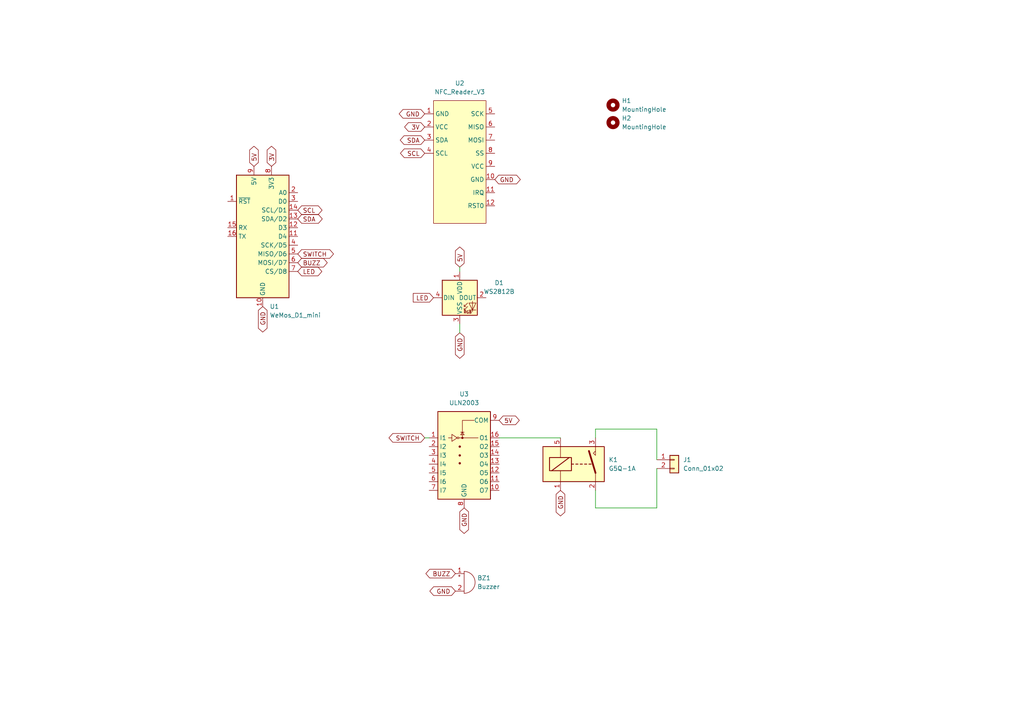
<source format=kicad_sch>
(kicad_sch (version 20211123) (generator eeschema)

  (uuid 811db996-b88a-4306-a785-ca62ea8d4392)

  (paper "A4")

  (lib_symbols
    (symbol "Connector_Generic:Conn_01x02" (pin_names (offset 1.016) hide) (in_bom yes) (on_board yes)
      (property "Reference" "J" (id 0) (at 0 2.54 0)
        (effects (font (size 1.27 1.27)))
      )
      (property "Value" "Conn_01x02" (id 1) (at 0 -5.08 0)
        (effects (font (size 1.27 1.27)))
      )
      (property "Footprint" "" (id 2) (at 0 0 0)
        (effects (font (size 1.27 1.27)) hide)
      )
      (property "Datasheet" "~" (id 3) (at 0 0 0)
        (effects (font (size 1.27 1.27)) hide)
      )
      (property "ki_keywords" "connector" (id 4) (at 0 0 0)
        (effects (font (size 1.27 1.27)) hide)
      )
      (property "ki_description" "Generic connector, single row, 01x02, script generated (kicad-library-utils/schlib/autogen/connector/)" (id 5) (at 0 0 0)
        (effects (font (size 1.27 1.27)) hide)
      )
      (property "ki_fp_filters" "Connector*:*_1x??_*" (id 6) (at 0 0 0)
        (effects (font (size 1.27 1.27)) hide)
      )
      (symbol "Conn_01x02_1_1"
        (rectangle (start -1.27 -2.413) (end 0 -2.667)
          (stroke (width 0.1524) (type default) (color 0 0 0 0))
          (fill (type none))
        )
        (rectangle (start -1.27 0.127) (end 0 -0.127)
          (stroke (width 0.1524) (type default) (color 0 0 0 0))
          (fill (type none))
        )
        (rectangle (start -1.27 1.27) (end 1.27 -3.81)
          (stroke (width 0.254) (type default) (color 0 0 0 0))
          (fill (type background))
        )
        (pin passive line (at -5.08 0 0) (length 3.81)
          (name "Pin_1" (effects (font (size 1.27 1.27))))
          (number "1" (effects (font (size 1.27 1.27))))
        )
        (pin passive line (at -5.08 -2.54 0) (length 3.81)
          (name "Pin_2" (effects (font (size 1.27 1.27))))
          (number "2" (effects (font (size 1.27 1.27))))
        )
      )
    )
    (symbol "Device:Buzzer" (pin_names (offset 0.0254) hide) (in_bom yes) (on_board yes)
      (property "Reference" "BZ" (id 0) (at 3.81 1.27 0)
        (effects (font (size 1.27 1.27)) (justify left))
      )
      (property "Value" "Buzzer" (id 1) (at 3.81 -1.27 0)
        (effects (font (size 1.27 1.27)) (justify left))
      )
      (property "Footprint" "" (id 2) (at -0.635 2.54 90)
        (effects (font (size 1.27 1.27)) hide)
      )
      (property "Datasheet" "~" (id 3) (at -0.635 2.54 90)
        (effects (font (size 1.27 1.27)) hide)
      )
      (property "ki_keywords" "quartz resonator ceramic" (id 4) (at 0 0 0)
        (effects (font (size 1.27 1.27)) hide)
      )
      (property "ki_description" "Buzzer, polarized" (id 5) (at 0 0 0)
        (effects (font (size 1.27 1.27)) hide)
      )
      (property "ki_fp_filters" "*Buzzer*" (id 6) (at 0 0 0)
        (effects (font (size 1.27 1.27)) hide)
      )
      (symbol "Buzzer_0_1"
        (arc (start 0 -3.175) (mid 3.175 0) (end 0 3.175)
          (stroke (width 0) (type default) (color 0 0 0 0))
          (fill (type none))
        )
        (polyline
          (pts
            (xy -1.651 1.905)
            (xy -1.143 1.905)
          )
          (stroke (width 0) (type default) (color 0 0 0 0))
          (fill (type none))
        )
        (polyline
          (pts
            (xy -1.397 2.159)
            (xy -1.397 1.651)
          )
          (stroke (width 0) (type default) (color 0 0 0 0))
          (fill (type none))
        )
        (polyline
          (pts
            (xy 0 3.175)
            (xy 0 -3.175)
          )
          (stroke (width 0) (type default) (color 0 0 0 0))
          (fill (type none))
        )
      )
      (symbol "Buzzer_1_1"
        (pin passive line (at -2.54 2.54 0) (length 2.54)
          (name "-" (effects (font (size 1.27 1.27))))
          (number "1" (effects (font (size 1.27 1.27))))
        )
        (pin passive line (at -2.54 -2.54 0) (length 2.54)
          (name "+" (effects (font (size 1.27 1.27))))
          (number "2" (effects (font (size 1.27 1.27))))
        )
      )
    )
    (symbol "LED:WS2812B" (pin_names (offset 0.254)) (in_bom yes) (on_board yes)
      (property "Reference" "D" (id 0) (at 5.08 5.715 0)
        (effects (font (size 1.27 1.27)) (justify right bottom))
      )
      (property "Value" "WS2812B" (id 1) (at 1.27 -5.715 0)
        (effects (font (size 1.27 1.27)) (justify left top))
      )
      (property "Footprint" "LED_SMD:LED_WS2812B_PLCC4_5.0x5.0mm_P3.2mm" (id 2) (at 1.27 -7.62 0)
        (effects (font (size 1.27 1.27)) (justify left top) hide)
      )
      (property "Datasheet" "https://cdn-shop.adafruit.com/datasheets/WS2812B.pdf" (id 3) (at 2.54 -9.525 0)
        (effects (font (size 1.27 1.27)) (justify left top) hide)
      )
      (property "ki_keywords" "RGB LED NeoPixel addressable" (id 4) (at 0 0 0)
        (effects (font (size 1.27 1.27)) hide)
      )
      (property "ki_description" "RGB LED with integrated controller" (id 5) (at 0 0 0)
        (effects (font (size 1.27 1.27)) hide)
      )
      (property "ki_fp_filters" "LED*WS2812*PLCC*5.0x5.0mm*P3.2mm*" (id 6) (at 0 0 0)
        (effects (font (size 1.27 1.27)) hide)
      )
      (symbol "WS2812B_0_0"
        (text "RGB" (at 2.286 -4.191 0)
          (effects (font (size 0.762 0.762)))
        )
      )
      (symbol "WS2812B_0_1"
        (polyline
          (pts
            (xy 1.27 -3.556)
            (xy 1.778 -3.556)
          )
          (stroke (width 0) (type default) (color 0 0 0 0))
          (fill (type none))
        )
        (polyline
          (pts
            (xy 1.27 -2.54)
            (xy 1.778 -2.54)
          )
          (stroke (width 0) (type default) (color 0 0 0 0))
          (fill (type none))
        )
        (polyline
          (pts
            (xy 4.699 -3.556)
            (xy 2.667 -3.556)
          )
          (stroke (width 0) (type default) (color 0 0 0 0))
          (fill (type none))
        )
        (polyline
          (pts
            (xy 2.286 -2.54)
            (xy 1.27 -3.556)
            (xy 1.27 -3.048)
          )
          (stroke (width 0) (type default) (color 0 0 0 0))
          (fill (type none))
        )
        (polyline
          (pts
            (xy 2.286 -1.524)
            (xy 1.27 -2.54)
            (xy 1.27 -2.032)
          )
          (stroke (width 0) (type default) (color 0 0 0 0))
          (fill (type none))
        )
        (polyline
          (pts
            (xy 3.683 -1.016)
            (xy 3.683 -3.556)
            (xy 3.683 -4.064)
          )
          (stroke (width 0) (type default) (color 0 0 0 0))
          (fill (type none))
        )
        (polyline
          (pts
            (xy 4.699 -1.524)
            (xy 2.667 -1.524)
            (xy 3.683 -3.556)
            (xy 4.699 -1.524)
          )
          (stroke (width 0) (type default) (color 0 0 0 0))
          (fill (type none))
        )
        (rectangle (start 5.08 5.08) (end -5.08 -5.08)
          (stroke (width 0.254) (type default) (color 0 0 0 0))
          (fill (type background))
        )
      )
      (symbol "WS2812B_1_1"
        (pin power_in line (at 0 7.62 270) (length 2.54)
          (name "VDD" (effects (font (size 1.27 1.27))))
          (number "1" (effects (font (size 1.27 1.27))))
        )
        (pin output line (at 7.62 0 180) (length 2.54)
          (name "DOUT" (effects (font (size 1.27 1.27))))
          (number "2" (effects (font (size 1.27 1.27))))
        )
        (pin power_in line (at 0 -7.62 90) (length 2.54)
          (name "VSS" (effects (font (size 1.27 1.27))))
          (number "3" (effects (font (size 1.27 1.27))))
        )
        (pin input line (at -7.62 0 0) (length 2.54)
          (name "DIN" (effects (font (size 1.27 1.27))))
          (number "4" (effects (font (size 1.27 1.27))))
        )
      )
    )
    (symbol "MCU_Module:WeMos_D1_mini" (in_bom yes) (on_board yes)
      (property "Reference" "U" (id 0) (at 3.81 19.05 0)
        (effects (font (size 1.27 1.27)) (justify left))
      )
      (property "Value" "WeMos_D1_mini" (id 1) (at 1.27 -19.05 0)
        (effects (font (size 1.27 1.27)) (justify left))
      )
      (property "Footprint" "Module:WEMOS_D1_mini_light" (id 2) (at 0 -29.21 0)
        (effects (font (size 1.27 1.27)) hide)
      )
      (property "Datasheet" "https://wiki.wemos.cc/products:d1:d1_mini#documentation" (id 3) (at -46.99 -29.21 0)
        (effects (font (size 1.27 1.27)) hide)
      )
      (property "ki_keywords" "ESP8266 WiFi microcontroller ESP8266EX" (id 4) (at 0 0 0)
        (effects (font (size 1.27 1.27)) hide)
      )
      (property "ki_description" "32-bit microcontroller module with WiFi" (id 5) (at 0 0 0)
        (effects (font (size 1.27 1.27)) hide)
      )
      (property "ki_fp_filters" "WEMOS*D1*mini*" (id 6) (at 0 0 0)
        (effects (font (size 1.27 1.27)) hide)
      )
      (symbol "WeMos_D1_mini_1_1"
        (rectangle (start -7.62 17.78) (end 7.62 -17.78)
          (stroke (width 0.254) (type default) (color 0 0 0 0))
          (fill (type background))
        )
        (pin input line (at -10.16 10.16 0) (length 2.54)
          (name "~{RST}" (effects (font (size 1.27 1.27))))
          (number "1" (effects (font (size 1.27 1.27))))
        )
        (pin power_in line (at 0 -20.32 90) (length 2.54)
          (name "GND" (effects (font (size 1.27 1.27))))
          (number "10" (effects (font (size 1.27 1.27))))
        )
        (pin bidirectional line (at 10.16 0 180) (length 2.54)
          (name "D4" (effects (font (size 1.27 1.27))))
          (number "11" (effects (font (size 1.27 1.27))))
        )
        (pin bidirectional line (at 10.16 2.54 180) (length 2.54)
          (name "D3" (effects (font (size 1.27 1.27))))
          (number "12" (effects (font (size 1.27 1.27))))
        )
        (pin bidirectional line (at 10.16 5.08 180) (length 2.54)
          (name "SDA/D2" (effects (font (size 1.27 1.27))))
          (number "13" (effects (font (size 1.27 1.27))))
        )
        (pin bidirectional line (at 10.16 7.62 180) (length 2.54)
          (name "SCL/D1" (effects (font (size 1.27 1.27))))
          (number "14" (effects (font (size 1.27 1.27))))
        )
        (pin input line (at -10.16 2.54 0) (length 2.54)
          (name "RX" (effects (font (size 1.27 1.27))))
          (number "15" (effects (font (size 1.27 1.27))))
        )
        (pin output line (at -10.16 0 0) (length 2.54)
          (name "TX" (effects (font (size 1.27 1.27))))
          (number "16" (effects (font (size 1.27 1.27))))
        )
        (pin input line (at 10.16 12.7 180) (length 2.54)
          (name "A0" (effects (font (size 1.27 1.27))))
          (number "2" (effects (font (size 1.27 1.27))))
        )
        (pin bidirectional line (at 10.16 10.16 180) (length 2.54)
          (name "D0" (effects (font (size 1.27 1.27))))
          (number "3" (effects (font (size 1.27 1.27))))
        )
        (pin bidirectional line (at 10.16 -2.54 180) (length 2.54)
          (name "SCK/D5" (effects (font (size 1.27 1.27))))
          (number "4" (effects (font (size 1.27 1.27))))
        )
        (pin bidirectional line (at 10.16 -5.08 180) (length 2.54)
          (name "MISO/D6" (effects (font (size 1.27 1.27))))
          (number "5" (effects (font (size 1.27 1.27))))
        )
        (pin bidirectional line (at 10.16 -7.62 180) (length 2.54)
          (name "MOSI/D7" (effects (font (size 1.27 1.27))))
          (number "6" (effects (font (size 1.27 1.27))))
        )
        (pin bidirectional line (at 10.16 -10.16 180) (length 2.54)
          (name "CS/D8" (effects (font (size 1.27 1.27))))
          (number "7" (effects (font (size 1.27 1.27))))
        )
        (pin power_out line (at 2.54 20.32 270) (length 2.54)
          (name "3V3" (effects (font (size 1.27 1.27))))
          (number "8" (effects (font (size 1.27 1.27))))
        )
        (pin power_in line (at -2.54 20.32 270) (length 2.54)
          (name "5V" (effects (font (size 1.27 1.27))))
          (number "9" (effects (font (size 1.27 1.27))))
        )
      )
    )
    (symbol "Mechanical:MountingHole" (pin_names (offset 1.016)) (in_bom yes) (on_board yes)
      (property "Reference" "H" (id 0) (at 0 5.08 0)
        (effects (font (size 1.27 1.27)))
      )
      (property "Value" "MountingHole" (id 1) (at 0 3.175 0)
        (effects (font (size 1.27 1.27)))
      )
      (property "Footprint" "" (id 2) (at 0 0 0)
        (effects (font (size 1.27 1.27)) hide)
      )
      (property "Datasheet" "~" (id 3) (at 0 0 0)
        (effects (font (size 1.27 1.27)) hide)
      )
      (property "ki_keywords" "mounting hole" (id 4) (at 0 0 0)
        (effects (font (size 1.27 1.27)) hide)
      )
      (property "ki_description" "Mounting Hole without connection" (id 5) (at 0 0 0)
        (effects (font (size 1.27 1.27)) hide)
      )
      (property "ki_fp_filters" "MountingHole*" (id 6) (at 0 0 0)
        (effects (font (size 1.27 1.27)) hide)
      )
      (symbol "MountingHole_0_1"
        (circle (center 0 0) (radius 1.27)
          (stroke (width 1.27) (type default) (color 0 0 0 0))
          (fill (type none))
        )
      )
    )
    (symbol "Relay:G5Q-1A" (in_bom yes) (on_board yes)
      (property "Reference" "K" (id 0) (at 8.89 3.81 0)
        (effects (font (size 1.27 1.27)) (justify left))
      )
      (property "Value" "G5Q-1A" (id 1) (at 8.89 1.27 0)
        (effects (font (size 1.27 1.27)) (justify left))
      )
      (property "Footprint" "Relay_THT:Relay_SPST_Omron-G5Q-1A" (id 2) (at 8.89 -1.27 0)
        (effects (font (size 1.27 1.27)) (justify left) hide)
      )
      (property "Datasheet" "https://www.omron.com/ecb/products/pdf/en-g5q.pdf" (id 3) (at 0 0 0)
        (effects (font (size 1.27 1.27)) hide)
      )
      (property "ki_keywords" "Miniature Single Pole Relay" (id 4) (at 0 0 0)
        (effects (font (size 1.27 1.27)) hide)
      )
      (property "ki_description" "Omron G5Q relay, Miniature Single Pole, SPST-NO, 10A" (id 5) (at 0 0 0)
        (effects (font (size 1.27 1.27)) hide)
      )
      (property "ki_fp_filters" "Relay*SPST*Omron*G5Q*" (id 6) (at 0 0 0)
        (effects (font (size 1.27 1.27)) hide)
      )
      (symbol "G5Q-1A_0_0"
        (polyline
          (pts
            (xy 5.08 5.08)
            (xy 5.08 2.54)
            (xy 4.445 3.175)
            (xy 5.08 3.81)
          )
          (stroke (width 0) (type default) (color 0 0 0 0))
          (fill (type none))
        )
      )
      (symbol "G5Q-1A_0_1"
        (rectangle (start -10.16 5.08) (end 7.62 -5.08)
          (stroke (width 0.254) (type default) (color 0 0 0 0))
          (fill (type background))
        )
        (rectangle (start -8.255 1.905) (end -1.905 -1.905)
          (stroke (width 0.254) (type default) (color 0 0 0 0))
          (fill (type none))
        )
        (polyline
          (pts
            (xy -7.62 -1.905)
            (xy -2.54 1.905)
          )
          (stroke (width 0.254) (type default) (color 0 0 0 0))
          (fill (type none))
        )
        (polyline
          (pts
            (xy -5.08 -5.08)
            (xy -5.08 -1.905)
          )
          (stroke (width 0) (type default) (color 0 0 0 0))
          (fill (type none))
        )
        (polyline
          (pts
            (xy -5.08 5.08)
            (xy -5.08 1.905)
          )
          (stroke (width 0) (type default) (color 0 0 0 0))
          (fill (type none))
        )
        (polyline
          (pts
            (xy -1.905 0)
            (xy -1.27 0)
          )
          (stroke (width 0.254) (type default) (color 0 0 0 0))
          (fill (type none))
        )
        (polyline
          (pts
            (xy -0.635 0)
            (xy 0 0)
          )
          (stroke (width 0.254) (type default) (color 0 0 0 0))
          (fill (type none))
        )
        (polyline
          (pts
            (xy 0.635 0)
            (xy 1.27 0)
          )
          (stroke (width 0.254) (type default) (color 0 0 0 0))
          (fill (type none))
        )
        (polyline
          (pts
            (xy 1.905 0)
            (xy 2.54 0)
          )
          (stroke (width 0.254) (type default) (color 0 0 0 0))
          (fill (type none))
        )
        (polyline
          (pts
            (xy 3.175 0)
            (xy 3.81 0)
          )
          (stroke (width 0.254) (type default) (color 0 0 0 0))
          (fill (type none))
        )
        (polyline
          (pts
            (xy 5.08 -2.54)
            (xy 3.175 3.81)
          )
          (stroke (width 0.508) (type default) (color 0 0 0 0))
          (fill (type none))
        )
        (polyline
          (pts
            (xy 5.08 -2.54)
            (xy 5.08 -5.08)
          )
          (stroke (width 0) (type default) (color 0 0 0 0))
          (fill (type none))
        )
      )
      (symbol "G5Q-1A_1_1"
        (pin passive line (at -5.08 -7.62 90) (length 2.54)
          (name "~" (effects (font (size 1.27 1.27))))
          (number "1" (effects (font (size 1.27 1.27))))
        )
        (pin passive line (at 5.08 -7.62 90) (length 2.54)
          (name "~" (effects (font (size 1.27 1.27))))
          (number "2" (effects (font (size 1.27 1.27))))
        )
        (pin passive line (at 5.08 7.62 270) (length 2.54)
          (name "~" (effects (font (size 1.27 1.27))))
          (number "3" (effects (font (size 1.27 1.27))))
        )
        (pin passive line (at -5.08 7.62 270) (length 2.54)
          (name "~" (effects (font (size 1.27 1.27))))
          (number "5" (effects (font (size 1.27 1.27))))
        )
      )
    )
    (symbol "Transistor_Array:ULN2003" (in_bom yes) (on_board yes)
      (property "Reference" "U" (id 0) (at 0 15.875 0)
        (effects (font (size 1.27 1.27)))
      )
      (property "Value" "ULN2003" (id 1) (at 0 13.97 0)
        (effects (font (size 1.27 1.27)))
      )
      (property "Footprint" "" (id 2) (at 1.27 -13.97 0)
        (effects (font (size 1.27 1.27)) (justify left) hide)
      )
      (property "Datasheet" "http://www.ti.com/lit/ds/symlink/uln2003a.pdf" (id 3) (at 2.54 -5.08 0)
        (effects (font (size 1.27 1.27)) hide)
      )
      (property "ki_keywords" "darlington transistor array" (id 4) (at 0 0 0)
        (effects (font (size 1.27 1.27)) hide)
      )
      (property "ki_description" "High Voltage, High Current Darlington Transistor Arrays, SOIC16/SOIC16W/DIP16/TSSOP16" (id 5) (at 0 0 0)
        (effects (font (size 1.27 1.27)) hide)
      )
      (property "ki_fp_filters" "DIP*W7.62mm* SOIC*3.9x9.9mm*P1.27mm* SSOP*4.4x5.2mm*P0.65mm* TSSOP*4.4x5mm*P0.65mm* SOIC*W*5.3x10.2mm*P1.27mm*" (id 6) (at 0 0 0)
        (effects (font (size 1.27 1.27)) hide)
      )
      (symbol "ULN2003_0_1"
        (rectangle (start -7.62 -12.7) (end 7.62 12.7)
          (stroke (width 0.254) (type default) (color 0 0 0 0))
          (fill (type background))
        )
        (circle (center -1.778 5.08) (radius 0.254)
          (stroke (width 0) (type default) (color 0 0 0 0))
          (fill (type none))
        )
        (circle (center -1.27 -2.286) (radius 0.254)
          (stroke (width 0) (type default) (color 0 0 0 0))
          (fill (type outline))
        )
        (circle (center -1.27 0) (radius 0.254)
          (stroke (width 0) (type default) (color 0 0 0 0))
          (fill (type outline))
        )
        (circle (center -1.27 2.54) (radius 0.254)
          (stroke (width 0) (type default) (color 0 0 0 0))
          (fill (type outline))
        )
        (circle (center -0.508 5.08) (radius 0.254)
          (stroke (width 0) (type default) (color 0 0 0 0))
          (fill (type outline))
        )
        (polyline
          (pts
            (xy -4.572 5.08)
            (xy -3.556 5.08)
          )
          (stroke (width 0) (type default) (color 0 0 0 0))
          (fill (type none))
        )
        (polyline
          (pts
            (xy -1.524 5.08)
            (xy 4.064 5.08)
          )
          (stroke (width 0) (type default) (color 0 0 0 0))
          (fill (type none))
        )
        (polyline
          (pts
            (xy 0 6.731)
            (xy -1.016 6.731)
          )
          (stroke (width 0) (type default) (color 0 0 0 0))
          (fill (type none))
        )
        (polyline
          (pts
            (xy -0.508 5.08)
            (xy -0.508 10.16)
            (xy 2.921 10.16)
          )
          (stroke (width 0) (type default) (color 0 0 0 0))
          (fill (type none))
        )
        (polyline
          (pts
            (xy -3.556 6.096)
            (xy -3.556 4.064)
            (xy -2.032 5.08)
            (xy -3.556 6.096)
          )
          (stroke (width 0) (type default) (color 0 0 0 0))
          (fill (type none))
        )
        (polyline
          (pts
            (xy 0 5.969)
            (xy -1.016 5.969)
            (xy -0.508 6.731)
            (xy 0 5.969)
          )
          (stroke (width 0) (type default) (color 0 0 0 0))
          (fill (type none))
        )
      )
      (symbol "ULN2003_1_1"
        (pin input line (at -10.16 5.08 0) (length 2.54)
          (name "I1" (effects (font (size 1.27 1.27))))
          (number "1" (effects (font (size 1.27 1.27))))
        )
        (pin open_collector line (at 10.16 -10.16 180) (length 2.54)
          (name "O7" (effects (font (size 1.27 1.27))))
          (number "10" (effects (font (size 1.27 1.27))))
        )
        (pin open_collector line (at 10.16 -7.62 180) (length 2.54)
          (name "O6" (effects (font (size 1.27 1.27))))
          (number "11" (effects (font (size 1.27 1.27))))
        )
        (pin open_collector line (at 10.16 -5.08 180) (length 2.54)
          (name "O5" (effects (font (size 1.27 1.27))))
          (number "12" (effects (font (size 1.27 1.27))))
        )
        (pin open_collector line (at 10.16 -2.54 180) (length 2.54)
          (name "O4" (effects (font (size 1.27 1.27))))
          (number "13" (effects (font (size 1.27 1.27))))
        )
        (pin open_collector line (at 10.16 0 180) (length 2.54)
          (name "O3" (effects (font (size 1.27 1.27))))
          (number "14" (effects (font (size 1.27 1.27))))
        )
        (pin open_collector line (at 10.16 2.54 180) (length 2.54)
          (name "O2" (effects (font (size 1.27 1.27))))
          (number "15" (effects (font (size 1.27 1.27))))
        )
        (pin open_collector line (at 10.16 5.08 180) (length 2.54)
          (name "O1" (effects (font (size 1.27 1.27))))
          (number "16" (effects (font (size 1.27 1.27))))
        )
        (pin input line (at -10.16 2.54 0) (length 2.54)
          (name "I2" (effects (font (size 1.27 1.27))))
          (number "2" (effects (font (size 1.27 1.27))))
        )
        (pin input line (at -10.16 0 0) (length 2.54)
          (name "I3" (effects (font (size 1.27 1.27))))
          (number "3" (effects (font (size 1.27 1.27))))
        )
        (pin input line (at -10.16 -2.54 0) (length 2.54)
          (name "I4" (effects (font (size 1.27 1.27))))
          (number "4" (effects (font (size 1.27 1.27))))
        )
        (pin input line (at -10.16 -5.08 0) (length 2.54)
          (name "I5" (effects (font (size 1.27 1.27))))
          (number "5" (effects (font (size 1.27 1.27))))
        )
        (pin input line (at -10.16 -7.62 0) (length 2.54)
          (name "I6" (effects (font (size 1.27 1.27))))
          (number "6" (effects (font (size 1.27 1.27))))
        )
        (pin input line (at -10.16 -10.16 0) (length 2.54)
          (name "I7" (effects (font (size 1.27 1.27))))
          (number "7" (effects (font (size 1.27 1.27))))
        )
        (pin power_in line (at 0 -15.24 90) (length 2.54)
          (name "GND" (effects (font (size 1.27 1.27))))
          (number "8" (effects (font (size 1.27 1.27))))
        )
        (pin passive line (at 10.16 10.16 180) (length 2.54)
          (name "COM" (effects (font (size 1.27 1.27))))
          (number "9" (effects (font (size 1.27 1.27))))
        )
      )
    )
    (symbol "parts:NFC_Reader_V3" (in_bom yes) (on_board yes)
      (property "Reference" "U" (id 0) (at -3.81 -2.54 0)
        (effects (font (size 1.27 1.27)))
      )
      (property "Value" "NFC_Reader_V3" (id 1) (at -7.62 -41.91 0)
        (effects (font (size 1.27 1.27)))
      )
      (property "Footprint" "" (id 2) (at -3.81 -2.54 0)
        (effects (font (size 1.27 1.27)) hide)
      )
      (property "Datasheet" "" (id 3) (at -3.81 -2.54 0)
        (effects (font (size 1.27 1.27)) hide)
      )
      (symbol "NFC_Reader_V3_0_1"
        (rectangle (start -15.24 -3.81) (end 0 -39.37)
          (stroke (width 0) (type default) (color 0 0 0 0))
          (fill (type background))
        )
      )
      (symbol "NFC_Reader_V3_1_1"
        (pin bidirectional line (at -17.78 -7.62 0) (length 2.54)
          (name "GND" (effects (font (size 1.27 1.27))))
          (number "1" (effects (font (size 1.27 1.27))))
        )
        (pin bidirectional line (at 2.54 -26.67 180) (length 2.54)
          (name "GND" (effects (font (size 1.27 1.27))))
          (number "10" (effects (font (size 1.27 1.27))))
        )
        (pin bidirectional line (at 2.54 -30.48 180) (length 2.54)
          (name "IRQ" (effects (font (size 1.27 1.27))))
          (number "11" (effects (font (size 1.27 1.27))))
        )
        (pin bidirectional line (at 2.54 -34.29 180) (length 2.54)
          (name "RST0" (effects (font (size 1.27 1.27))))
          (number "12" (effects (font (size 1.27 1.27))))
        )
        (pin bidirectional line (at -17.78 -11.43 0) (length 2.54)
          (name "VCC" (effects (font (size 1.27 1.27))))
          (number "2" (effects (font (size 1.27 1.27))))
        )
        (pin bidirectional line (at -17.78 -15.24 0) (length 2.54)
          (name "SDA" (effects (font (size 1.27 1.27))))
          (number "3" (effects (font (size 1.27 1.27))))
        )
        (pin bidirectional line (at -17.78 -19.05 0) (length 2.54)
          (name "SCL" (effects (font (size 1.27 1.27))))
          (number "4" (effects (font (size 1.27 1.27))))
        )
        (pin bidirectional line (at 2.54 -7.62 180) (length 2.54)
          (name "SCK" (effects (font (size 1.27 1.27))))
          (number "5" (effects (font (size 1.27 1.27))))
        )
        (pin bidirectional line (at 2.54 -11.43 180) (length 2.54)
          (name "MISO" (effects (font (size 1.27 1.27))))
          (number "6" (effects (font (size 1.27 1.27))))
        )
        (pin bidirectional line (at 2.54 -15.24 180) (length 2.54)
          (name "MOSI" (effects (font (size 1.27 1.27))))
          (number "7" (effects (font (size 1.27 1.27))))
        )
        (pin bidirectional line (at 2.54 -19.05 180) (length 2.54)
          (name "SS" (effects (font (size 1.27 1.27))))
          (number "8" (effects (font (size 1.27 1.27))))
        )
        (pin bidirectional line (at 2.54 -22.86 180) (length 2.54)
          (name "VCC" (effects (font (size 1.27 1.27))))
          (number "9" (effects (font (size 1.27 1.27))))
        )
      )
    )
  )


  (wire (pts (xy 172.72 142.24) (xy 172.72 147.32))
    (stroke (width 0) (type default) (color 0 0 0 0))
    (uuid 22c59c65-d64b-460b-9b48-f32890d30278)
  )
  (wire (pts (xy 144.78 127) (xy 162.56 127))
    (stroke (width 0) (type default) (color 0 0 0 0))
    (uuid 25cf15ec-c09c-434b-9203-0c22939c2d71)
  )
  (wire (pts (xy 172.72 147.32) (xy 190.5 147.32))
    (stroke (width 0) (type default) (color 0 0 0 0))
    (uuid 57103458-3b8a-4637-b8b5-c8ae2b8e5d77)
  )
  (wire (pts (xy 124.46 127) (xy 123.19 127))
    (stroke (width 0) (type default) (color 0 0 0 0))
    (uuid 65909ec8-e219-4f91-ac8f-21aa6e28f48c)
  )
  (wire (pts (xy 172.72 124.46) (xy 190.5 124.46))
    (stroke (width 0) (type default) (color 0 0 0 0))
    (uuid 76c6baba-ce92-4fb1-b214-9723a373e42a)
  )
  (wire (pts (xy 190.5 124.46) (xy 190.5 133.35))
    (stroke (width 0) (type default) (color 0 0 0 0))
    (uuid bb920984-8c1f-4281-b53b-1ec70dbf3e00)
  )
  (wire (pts (xy 133.35 93.98) (xy 133.35 96.52))
    (stroke (width 0) (type default) (color 0 0 0 0))
    (uuid c5f9ae83-cac6-4b91-8aa4-f8569ebc85aa)
  )
  (wire (pts (xy 133.35 78.74) (xy 133.35 77.47))
    (stroke (width 0) (type default) (color 0 0 0 0))
    (uuid c64d00d0-2377-4f34-a651-85a541b283f9)
  )
  (wire (pts (xy 190.5 147.32) (xy 190.5 135.89))
    (stroke (width 0) (type default) (color 0 0 0 0))
    (uuid e6b0ade2-05bd-4016-8289-83b426fbe05b)
  )
  (wire (pts (xy 172.72 127) (xy 172.72 124.46))
    (stroke (width 0) (type default) (color 0 0 0 0))
    (uuid f1f164e7-0fc7-49cf-9b81-b85ca06e61db)
  )

  (global_label "5V" (shape bidirectional) (at 133.35 77.47 90) (fields_autoplaced)
    (effects (font (size 1.27 1.27)) (justify left))
    (uuid 058a52f8-3304-4688-9a59-6ba13f8464df)
    (property "Intersheet References" "${INTERSHEET_REFS}" (id 0) (at 133.2706 72.7588 90)
      (effects (font (size 1.27 1.27)) (justify left) hide)
    )
  )
  (global_label "GND" (shape bidirectional) (at 134.62 147.32 270) (fields_autoplaced)
    (effects (font (size 1.27 1.27)) (justify right))
    (uuid 0a3737e0-2125-45c0-915f-fb3f9e355079)
    (property "Intersheet References" "${INTERSHEET_REFS}" (id 0) (at 134.6994 153.6036 90)
      (effects (font (size 1.27 1.27)) (justify right) hide)
    )
  )
  (global_label "SDA" (shape bidirectional) (at 123.19 40.64 180) (fields_autoplaced)
    (effects (font (size 1.27 1.27)) (justify right))
    (uuid 0af0f207-45e7-4187-847e-89e68fd02018)
    (property "Intersheet References" "${INTERSHEET_REFS}" (id 0) (at 117.2088 40.5606 0)
      (effects (font (size 1.27 1.27)) (justify right) hide)
    )
  )
  (global_label "GND" (shape bidirectional) (at 123.19 33.02 180) (fields_autoplaced)
    (effects (font (size 1.27 1.27)) (justify right))
    (uuid 1b8b99e0-53fe-49d7-84c6-5cace7e2c5c8)
    (property "Intersheet References" "${INTERSHEET_REFS}" (id 0) (at 116.9064 32.9406 0)
      (effects (font (size 1.27 1.27)) (justify right) hide)
    )
  )
  (global_label "GND" (shape bidirectional) (at 143.51 52.07 0) (fields_autoplaced)
    (effects (font (size 1.27 1.27)) (justify left))
    (uuid 3876b04b-68c6-4c16-b535-8d47457aab55)
    (property "Intersheet References" "${INTERSHEET_REFS}" (id 0) (at 149.7936 51.9906 0)
      (effects (font (size 1.27 1.27)) (justify left) hide)
    )
  )
  (global_label "BUZZ" (shape bidirectional) (at 132.08 166.37 180) (fields_autoplaced)
    (effects (font (size 1.27 1.27)) (justify right))
    (uuid 3c434e8e-2e10-4838-a608-58ee3986cdd1)
    (property "Intersheet References" "${INTERSHEET_REFS}" (id 0) (at 124.6474 166.2906 0)
      (effects (font (size 1.27 1.27)) (justify right) hide)
    )
  )
  (global_label "LED" (shape input) (at 125.73 86.36 180) (fields_autoplaced)
    (effects (font (size 1.27 1.27)) (justify right))
    (uuid 3feeb8c0-0254-4a63-a85a-a72d24220bb5)
    (property "Intersheet References" "${INTERSHEET_REFS}" (id 0) (at 119.8698 86.2806 0)
      (effects (font (size 1.27 1.27)) (justify right) hide)
    )
  )
  (global_label "LED" (shape bidirectional) (at 86.36 78.74 0) (fields_autoplaced)
    (effects (font (size 1.27 1.27)) (justify left))
    (uuid 41f8965e-f27f-4b3c-970e-10ff01e9461e)
    (property "Intersheet References" "${INTERSHEET_REFS}" (id 0) (at 92.2202 78.6606 0)
      (effects (font (size 1.27 1.27)) (justify left) hide)
    )
  )
  (global_label "SWITCH" (shape bidirectional) (at 86.36 73.66 0) (fields_autoplaced)
    (effects (font (size 1.27 1.27)) (justify left))
    (uuid 42f1bdd1-9921-42d4-b745-e35848091b17)
    (property "Intersheet References" "${INTERSHEET_REFS}" (id 0) (at 95.6069 73.5806 0)
      (effects (font (size 1.27 1.27)) (justify left) hide)
    )
  )
  (global_label "5V" (shape bidirectional) (at 144.78 121.92 0) (fields_autoplaced)
    (effects (font (size 1.27 1.27)) (justify left))
    (uuid 6d52e542-54af-4bed-9d2b-9e7cd98c03ab)
    (property "Intersheet References" "${INTERSHEET_REFS}" (id 0) (at 149.4912 121.8406 0)
      (effects (font (size 1.27 1.27)) (justify left) hide)
    )
  )
  (global_label "3V" (shape bidirectional) (at 78.74 48.26 90) (fields_autoplaced)
    (effects (font (size 1.27 1.27)) (justify left))
    (uuid 8269a958-a7a4-42c9-9a80-faef8eb1869e)
    (property "Intersheet References" "${INTERSHEET_REFS}" (id 0) (at 78.6606 43.5488 90)
      (effects (font (size 1.27 1.27)) (justify left) hide)
    )
  )
  (global_label "SWITCH" (shape bidirectional) (at 123.19 127 180) (fields_autoplaced)
    (effects (font (size 1.27 1.27)) (justify right))
    (uuid 8796eab0-3bcb-4261-998d-8fe66ec08958)
    (property "Intersheet References" "${INTERSHEET_REFS}" (id 0) (at 113.9431 126.9206 0)
      (effects (font (size 1.27 1.27)) (justify right) hide)
    )
  )
  (global_label "GND" (shape bidirectional) (at 76.2 88.9 270) (fields_autoplaced)
    (effects (font (size 1.27 1.27)) (justify right))
    (uuid 8c1662a6-3c1f-4366-b557-492c920249c6)
    (property "Intersheet References" "${INTERSHEET_REFS}" (id 0) (at 76.2794 95.1836 90)
      (effects (font (size 1.27 1.27)) (justify right) hide)
    )
  )
  (global_label "GND" (shape bidirectional) (at 162.56 142.24 270) (fields_autoplaced)
    (effects (font (size 1.27 1.27)) (justify right))
    (uuid 8fd8dea2-8065-4adf-8b00-196e73c00975)
    (property "Intersheet References" "${INTERSHEET_REFS}" (id 0) (at 162.6394 148.5236 90)
      (effects (font (size 1.27 1.27)) (justify right) hide)
    )
  )
  (global_label "BUZZ" (shape bidirectional) (at 86.36 76.2 0) (fields_autoplaced)
    (effects (font (size 1.27 1.27)) (justify left))
    (uuid 97b1b79c-98c5-49f5-92dd-25b722f2ba05)
    (property "Intersheet References" "${INTERSHEET_REFS}" (id 0) (at 93.7926 76.1206 0)
      (effects (font (size 1.27 1.27)) (justify left) hide)
    )
  )
  (global_label "SDA" (shape bidirectional) (at 86.36 63.5 0) (fields_autoplaced)
    (effects (font (size 1.27 1.27)) (justify left))
    (uuid 9d3d3e7b-bad9-4ab3-9968-0c80092b7ea9)
    (property "Intersheet References" "${INTERSHEET_REFS}" (id 0) (at 92.3412 63.4206 0)
      (effects (font (size 1.27 1.27)) (justify left) hide)
    )
  )
  (global_label "SCL" (shape bidirectional) (at 86.36 60.96 0) (fields_autoplaced)
    (effects (font (size 1.27 1.27)) (justify left))
    (uuid 9e4d6806-23e9-42ac-96d7-a6ad97bfde44)
    (property "Intersheet References" "${INTERSHEET_REFS}" (id 0) (at 92.2807 60.8806 0)
      (effects (font (size 1.27 1.27)) (justify left) hide)
    )
  )
  (global_label "GND" (shape bidirectional) (at 133.35 96.52 270) (fields_autoplaced)
    (effects (font (size 1.27 1.27)) (justify right))
    (uuid b3fcd172-abf7-45a5-a0d4-0693973e72ea)
    (property "Intersheet References" "${INTERSHEET_REFS}" (id 0) (at 133.4294 102.8036 90)
      (effects (font (size 1.27 1.27)) (justify right) hide)
    )
  )
  (global_label "3V" (shape bidirectional) (at 123.19 36.83 180) (fields_autoplaced)
    (effects (font (size 1.27 1.27)) (justify right))
    (uuid c058364d-cc51-4049-b510-25e75d17429f)
    (property "Intersheet References" "${INTERSHEET_REFS}" (id 0) (at 118.4788 36.7506 0)
      (effects (font (size 1.27 1.27)) (justify right) hide)
    )
  )
  (global_label "GND" (shape bidirectional) (at 132.08 171.45 180) (fields_autoplaced)
    (effects (font (size 1.27 1.27)) (justify right))
    (uuid c2e0594d-2894-4bc8-b730-0d445b7a2b59)
    (property "Intersheet References" "${INTERSHEET_REFS}" (id 0) (at 125.7964 171.3706 0)
      (effects (font (size 1.27 1.27)) (justify right) hide)
    )
  )
  (global_label "SCL" (shape bidirectional) (at 123.19 44.45 180) (fields_autoplaced)
    (effects (font (size 1.27 1.27)) (justify right))
    (uuid c7985e65-9b84-4152-b438-dcc92d99a49e)
    (property "Intersheet References" "${INTERSHEET_REFS}" (id 0) (at 117.2693 44.3706 0)
      (effects (font (size 1.27 1.27)) (justify right) hide)
    )
  )
  (global_label "5V" (shape bidirectional) (at 73.66 48.26 90) (fields_autoplaced)
    (effects (font (size 1.27 1.27)) (justify left))
    (uuid e0338929-6bdd-4722-a31d-854d2c1c6536)
    (property "Intersheet References" "${INTERSHEET_REFS}" (id 0) (at 73.5806 43.5488 90)
      (effects (font (size 1.27 1.27)) (justify left) hide)
    )
  )

  (symbol (lib_id "Device:Buzzer") (at 134.62 168.91 0) (unit 1)
    (in_bom yes) (on_board yes) (fields_autoplaced)
    (uuid 1d388592-51c0-40d4-af82-7491408dd06b)
    (property "Reference" "BZ1" (id 0) (at 138.43 167.6399 0)
      (effects (font (size 1.27 1.27)) (justify left))
    )
    (property "Value" "Buzzer" (id 1) (at 138.43 170.1799 0)
      (effects (font (size 1.27 1.27)) (justify left))
    )
    (property "Footprint" "parts:CUI_CPT-9019S-SMT" (id 2) (at 133.985 166.37 90)
      (effects (font (size 1.27 1.27)) hide)
    )
    (property "Datasheet" "~" (id 3) (at 133.985 166.37 90)
      (effects (font (size 1.27 1.27)) hide)
    )
    (pin "1" (uuid 04fe27ee-3028-4683-b947-a6dd34875075))
    (pin "2" (uuid c87374a9-45d2-46b4-b5c7-6803e89db9a4))
  )

  (symbol (lib_id "LED:WS2812B") (at 133.35 86.36 0) (unit 1)
    (in_bom yes) (on_board yes) (fields_autoplaced)
    (uuid 2ba4c77e-e448-4d17-ba5a-9c1dbbab4b6c)
    (property "Reference" "D1" (id 0) (at 144.78 82.0293 0))
    (property "Value" "WS2812B" (id 1) (at 144.78 84.5693 0))
    (property "Footprint" "LED_SMD:LED_WS2812B_PLCC4_5.0x5.0mm_P3.2mm" (id 2) (at 134.62 93.98 0)
      (effects (font (size 1.27 1.27)) (justify left top) hide)
    )
    (property "Datasheet" "https://cdn-shop.adafruit.com/datasheets/WS2812B.pdf" (id 3) (at 135.89 95.885 0)
      (effects (font (size 1.27 1.27)) (justify left top) hide)
    )
    (pin "1" (uuid 9ac70017-73d2-43b5-8631-66d9ecfb8966))
    (pin "2" (uuid bf5b2c59-12e7-4978-a69f-4234a4c8e0e5))
    (pin "3" (uuid 2dd87e9e-0c19-4244-b5ff-d16fdc774e05))
    (pin "4" (uuid 313bc538-64b2-433f-9182-ddaf84ee3cdd))
  )

  (symbol (lib_id "Mechanical:MountingHole") (at 177.8 35.56 0) (unit 1)
    (in_bom yes) (on_board yes) (fields_autoplaced)
    (uuid 2fbcab6e-c3e4-47a0-975f-26d3f0395248)
    (property "Reference" "H2" (id 0) (at 180.34 34.2899 0)
      (effects (font (size 1.27 1.27)) (justify left))
    )
    (property "Value" "MountingHole" (id 1) (at 180.34 36.8299 0)
      (effects (font (size 1.27 1.27)) (justify left))
    )
    (property "Footprint" "MountingHole:MountingHole_2.1mm" (id 2) (at 177.8 35.56 0)
      (effects (font (size 1.27 1.27)) hide)
    )
    (property "Datasheet" "~" (id 3) (at 177.8 35.56 0)
      (effects (font (size 1.27 1.27)) hide)
    )
  )

  (symbol (lib_id "MCU_Module:WeMos_D1_mini") (at 76.2 68.58 0) (unit 1)
    (in_bom yes) (on_board yes) (fields_autoplaced)
    (uuid 48905782-882e-4298-ba75-35c83b8837f7)
    (property "Reference" "U1" (id 0) (at 78.2194 88.9 0)
      (effects (font (size 1.27 1.27)) (justify left))
    )
    (property "Value" "WeMos_D1_mini" (id 1) (at 78.2194 91.44 0)
      (effects (font (size 1.27 1.27)) (justify left))
    )
    (property "Footprint" "Module:WEMOS_D1_mini_light" (id 2) (at 76.2 97.79 0)
      (effects (font (size 1.27 1.27)) hide)
    )
    (property "Datasheet" "https://wiki.wemos.cc/products:d1:d1_mini#documentation" (id 3) (at 29.21 97.79 0)
      (effects (font (size 1.27 1.27)) hide)
    )
    (pin "1" (uuid e9c8acc7-f71e-498f-9a05-2248badccf5b))
    (pin "10" (uuid 78ba3e7d-b6a2-48b7-9830-f38d4301abce))
    (pin "11" (uuid 08c85506-0d5e-49e6-8bdc-39df7e5960e7))
    (pin "12" (uuid 462fc070-6552-4fd4-935a-c23d1dd7d6f3))
    (pin "13" (uuid 59ff8eee-dd27-4176-b27f-0101558abece))
    (pin "14" (uuid 1cba5292-1764-48c9-ab50-aa1ee9464c0c))
    (pin "15" (uuid f200dd2c-ab44-4667-bb68-0859d5baab6c))
    (pin "16" (uuid 9111891c-5554-471a-a80d-9cf0b6d36a1e))
    (pin "2" (uuid 8331bae5-8891-44f4-8164-72d7dec7261d))
    (pin "3" (uuid 5eb48179-2232-4498-a037-8cbee444759d))
    (pin "4" (uuid d7559770-91c3-429b-89c7-bc6f79626963))
    (pin "5" (uuid bdbcdbbb-8453-4113-a59d-860e15ec1da6))
    (pin "6" (uuid fd41018a-91ff-4755-a334-d917b9c8551c))
    (pin "7" (uuid f9b45226-120b-46f8-86b7-b739e1cb8301))
    (pin "8" (uuid 34dd46b1-2d77-4752-954e-763de31eb3ac))
    (pin "9" (uuid 11046e48-f3e9-4c1e-83c7-902bf2f53b06))
  )

  (symbol (lib_id "Relay:G5Q-1A") (at 167.64 134.62 0) (unit 1)
    (in_bom yes) (on_board yes) (fields_autoplaced)
    (uuid 996186a8-2583-4553-9cd7-aaa8abec992b)
    (property "Reference" "K1" (id 0) (at 176.53 133.3499 0)
      (effects (font (size 1.27 1.27)) (justify left))
    )
    (property "Value" "G5Q-1A" (id 1) (at 176.53 135.8899 0)
      (effects (font (size 1.27 1.27)) (justify left))
    )
    (property "Footprint" "Relay_THT:Relay_SPST_Omron-G5Q-1A" (id 2) (at 176.53 135.89 0)
      (effects (font (size 1.27 1.27)) (justify left) hide)
    )
    (property "Datasheet" "https://www.omron.com/ecb/products/pdf/en-g5q.pdf" (id 3) (at 167.64 134.62 0)
      (effects (font (size 1.27 1.27)) hide)
    )
    (pin "1" (uuid b7d3a620-6dba-4f20-bc20-d9c5c5d89c9a))
    (pin "2" (uuid 3bf924a0-5f4c-434c-97b4-8903809933ed))
    (pin "3" (uuid 9374cfb1-1f7e-4038-98d8-81fafa419679))
    (pin "5" (uuid f74d3e56-6777-4155-8deb-c2be103ddc55))
  )

  (symbol (lib_id "Transistor_Array:ULN2003") (at 134.62 132.08 0) (unit 1)
    (in_bom yes) (on_board yes) (fields_autoplaced)
    (uuid af26bbdb-a421-4c52-98ad-470ccc553e24)
    (property "Reference" "U3" (id 0) (at 134.62 114.3 0))
    (property "Value" "ULN2003" (id 1) (at 134.62 116.84 0))
    (property "Footprint" "Package_SO:SOIC-16_3.9x9.9mm_P1.27mm" (id 2) (at 135.89 146.05 0)
      (effects (font (size 1.27 1.27)) (justify left) hide)
    )
    (property "Datasheet" "http://www.ti.com/lit/ds/symlink/uln2003a.pdf" (id 3) (at 137.16 137.16 0)
      (effects (font (size 1.27 1.27)) hide)
    )
    (pin "1" (uuid 608ce672-5f6b-4fda-be8b-222ea52d0157))
    (pin "10" (uuid 97b3a613-1048-4d4d-95db-15c31ca5ea6e))
    (pin "11" (uuid 7bb8f15b-e6cb-45be-81a6-5945be46f9b1))
    (pin "12" (uuid 64ef5fca-33ab-41ef-85e3-276a041448cf))
    (pin "13" (uuid 902df5f8-404b-41d7-81ba-d39d4e5703cb))
    (pin "14" (uuid 19dc7a52-870b-4287-a1d0-8382ab5dc351))
    (pin "15" (uuid 4bd65ac4-85a9-415a-967e-a961c935a790))
    (pin "16" (uuid 2268781e-e10a-46ce-bd7f-366c209e7ce0))
    (pin "2" (uuid dbb8b9f2-1dc9-4454-9dfb-968c175c49ea))
    (pin "3" (uuid 8eedec21-f078-4196-ba74-8f3c0cfb5e1e))
    (pin "4" (uuid dcdf7725-8b83-4fb7-85f8-0dfa37510aae))
    (pin "5" (uuid 3a78ffc1-b1a1-4771-96e2-d7babc9c5535))
    (pin "6" (uuid a0df1180-51ca-47aa-acb7-c1572dddd10c))
    (pin "7" (uuid ba2e99a8-9e54-4ef7-b6da-97622ea6a383))
    (pin "8" (uuid 9f94bc8e-a474-4111-ae3b-9928806a8041))
    (pin "9" (uuid af98367f-0661-4f08-8f46-01c521ed43ea))
  )

  (symbol (lib_id "parts:NFC_Reader_V3") (at 140.97 25.4 0) (unit 1)
    (in_bom yes) (on_board yes) (fields_autoplaced)
    (uuid cb7534b9-0a02-484d-b9f6-d324f21058f3)
    (property "Reference" "U2" (id 0) (at 133.35 24.13 0))
    (property "Value" "NFC_Reader_V3" (id 1) (at 133.35 26.67 0))
    (property "Footprint" "parts:NFC_Reader_V3" (id 2) (at 137.16 27.94 0)
      (effects (font (size 1.27 1.27)) hide)
    )
    (property "Datasheet" "" (id 3) (at 137.16 27.94 0)
      (effects (font (size 1.27 1.27)) hide)
    )
    (pin "1" (uuid ebf12242-ddaf-400d-8969-fe620044db62))
    (pin "10" (uuid 45ea0887-6e2b-4730-bad4-c445797ae7ae))
    (pin "11" (uuid 57580062-5c8c-4b00-a10c-15a94988e72e))
    (pin "12" (uuid 6077649d-b394-4069-8f83-6c574842cbae))
    (pin "2" (uuid a8e15e54-2212-4161-81f7-2112679517ba))
    (pin "3" (uuid 407bb882-6159-4d0b-b763-a18414ff7e5a))
    (pin "4" (uuid fbe7910e-4af9-4f0c-8840-71f2fb625778))
    (pin "5" (uuid c6960b08-b010-4d7a-812c-c940fe7c40f8))
    (pin "6" (uuid d51e8006-a5e0-4c82-a036-c0a570a698cc))
    (pin "7" (uuid c3dd44dc-91e8-4cdf-9981-97a79d38ae24))
    (pin "8" (uuid e92e9e6e-bf04-451d-824f-3728da157387))
    (pin "9" (uuid 987559f2-d3d8-4851-a632-e55c5cb454e9))
  )

  (symbol (lib_id "Mechanical:MountingHole") (at 177.8 30.48 0) (unit 1)
    (in_bom yes) (on_board yes) (fields_autoplaced)
    (uuid d9264baf-d385-4384-a1a1-9d7175d1a8dd)
    (property "Reference" "H1" (id 0) (at 180.34 29.2099 0)
      (effects (font (size 1.27 1.27)) (justify left))
    )
    (property "Value" "MountingHole" (id 1) (at 180.34 31.7499 0)
      (effects (font (size 1.27 1.27)) (justify left))
    )
    (property "Footprint" "MountingHole:MountingHole_2.1mm" (id 2) (at 177.8 30.48 0)
      (effects (font (size 1.27 1.27)) hide)
    )
    (property "Datasheet" "~" (id 3) (at 177.8 30.48 0)
      (effects (font (size 1.27 1.27)) hide)
    )
  )

  (symbol (lib_id "Connector_Generic:Conn_01x02") (at 195.58 133.35 0) (unit 1)
    (in_bom yes) (on_board yes) (fields_autoplaced)
    (uuid f0f851d2-2605-4605-8c1d-60bb7122d15f)
    (property "Reference" "J1" (id 0) (at 198.12 133.3499 0)
      (effects (font (size 1.27 1.27)) (justify left))
    )
    (property "Value" "Conn_01x02" (id 1) (at 198.12 135.8899 0)
      (effects (font (size 1.27 1.27)) (justify left))
    )
    (property "Footprint" "Connector_PinHeader_2.54mm:PinHeader_1x02_P2.54mm_Vertical" (id 2) (at 195.58 133.35 0)
      (effects (font (size 1.27 1.27)) hide)
    )
    (property "Datasheet" "~" (id 3) (at 195.58 133.35 0)
      (effects (font (size 1.27 1.27)) hide)
    )
    (pin "1" (uuid 780edfdd-5abb-455f-92c2-1c739647fe4b))
    (pin "2" (uuid b252ce27-fd2f-4c1a-a95e-856c4715e57d))
  )

  (sheet_instances
    (path "/" (page "1"))
  )

  (symbol_instances
    (path "/1d388592-51c0-40d4-af82-7491408dd06b"
      (reference "BZ1") (unit 1) (value "Buzzer") (footprint "parts:CUI_CPT-9019S-SMT")
    )
    (path "/2ba4c77e-e448-4d17-ba5a-9c1dbbab4b6c"
      (reference "D1") (unit 1) (value "WS2812B") (footprint "LED_SMD:LED_WS2812B_PLCC4_5.0x5.0mm_P3.2mm")
    )
    (path "/d9264baf-d385-4384-a1a1-9d7175d1a8dd"
      (reference "H1") (unit 1) (value "MountingHole") (footprint "MountingHole:MountingHole_2.1mm")
    )
    (path "/2fbcab6e-c3e4-47a0-975f-26d3f0395248"
      (reference "H2") (unit 1) (value "MountingHole") (footprint "MountingHole:MountingHole_2.1mm")
    )
    (path "/f0f851d2-2605-4605-8c1d-60bb7122d15f"
      (reference "J1") (unit 1) (value "Conn_01x02") (footprint "Connector_PinHeader_2.54mm:PinHeader_1x02_P2.54mm_Vertical")
    )
    (path "/996186a8-2583-4553-9cd7-aaa8abec992b"
      (reference "K1") (unit 1) (value "G5Q-1A") (footprint "Relay_THT:Relay_SPST_Omron-G5Q-1A")
    )
    (path "/48905782-882e-4298-ba75-35c83b8837f7"
      (reference "U1") (unit 1) (value "WeMos_D1_mini") (footprint "Module:WEMOS_D1_mini_light")
    )
    (path "/cb7534b9-0a02-484d-b9f6-d324f21058f3"
      (reference "U2") (unit 1) (value "NFC_Reader_V3") (footprint "parts:NFC_Reader_V3")
    )
    (path "/af26bbdb-a421-4c52-98ad-470ccc553e24"
      (reference "U3") (unit 1) (value "ULN2003") (footprint "Package_SO:SOIC-16_3.9x9.9mm_P1.27mm")
    )
  )
)

</source>
